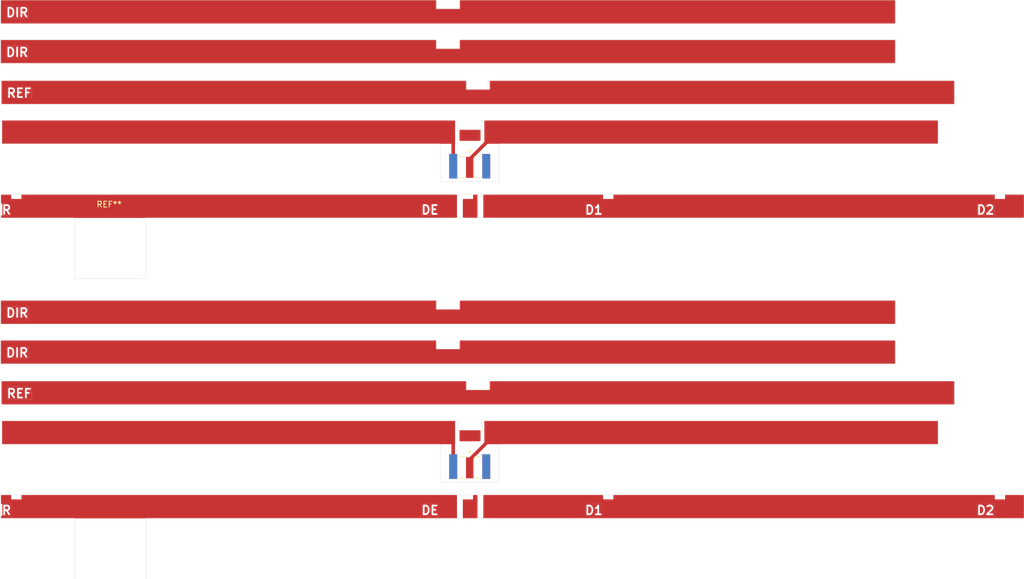
<source format=kicad_pcb>
(kicad_pcb (version 20240108) (generator "pcbnew") (generator_version "8.0")
  (layers (0 "F.Cu" signal) (31 "B.Cu" signal) (34 "B.Paste" user) (35 "F.Paste" user) (36 "B.SilkS" user "B.Silkscreen") (37 "F.SilkS" user "F.Silkscreen") (38 "B.Mask" user) (39 "F.Mask" user) (44 "Edge.Cuts" user))
  (net 0 "")
  (net 1 "ANT")
  (net 2 "GND")
  (footprint "" (layer "F.Cu") (at 38.1 109.22)
    (property "Reference" "" (at 0 0 0) (layer "F.SilkS") (effects (font (size 1.27 1.27))))
    (property "Value" "")
    (pad "" np_thru_hole circle (at 0 0) (size 6.4 6.4) (drill 6.4) (layers "F&B.Cu" "*.Mask"))
  )
  (footprint "Connector_Coaxial:SMA_Samtec_SMA-J-P-X-ST-EM1_EdgeMount" (layer "F.Cu") (at 99.775 43.8425)
    (property "Reference" "J1" (hide yes))
    (property "Value" "Conn_Coaxial")
    (fp_line (start -1.95 -1.71) (end -0.84 -1.71) (stroke (width 0.12)) (layer "F.SilkS"))
    (fp_line (start -1.95 2) (end -0.84 2) (stroke (width 0.12)) (layer "F.SilkS"))
    (fp_line (start -0.25 -2.76) (end 0 -2.26) (stroke (width 0.12)) (layer "F.SilkS"))
    (fp_line (start 0 -2.26) (end 0.25 -2.76) (stroke (width 0.12)) (layer "F.SilkS"))
    (fp_line (start 0.25 -2.76) (end -0.25 -2.76) (stroke (width 0.12)) (layer "F.SilkS"))
    (fp_line (start 0.84 -1.71) (end 1.95 -1.71) (stroke (width 0.12)) (layer "F.SilkS"))
    (fp_line (start 0.84 2) (end 1.95 2) (stroke (width 0.12)) (layer "F.SilkS"))
    (pad "1" smd rect (at 0 0.2) (size 1.27 3.6) (layers "F.Cu" "F.Paste" "F.Mask") (net 1 "ANT"))
    (pad "2" smd rect (at -2.825 0) (size 1.35 4.2) (layers "F.Cu" "F.Paste" "F.Mask") (net 2 "GND"))
    (pad "2" smd rect (at -2.825 0) (size 1.35 4.2) (layers "B.Cu" "B.Paste" "B.Mask") (net 2 "GND"))
    (pad "2" smd rect (at 2.825 0) (size 1.35 4.2) (layers "F.Cu" "F.Paste" "F.Mask"))
    (pad "2" smd rect (at 2.825 0) (size 1.35 4.2) (layers "B.Cu" "B.Paste" "B.Mask") (net 2 "GND"))
  )
  (footprint "MountingHole:MountingHole_6.4mm_M6" (layer "F.Cu") (at 38.1 57.785)
    (property "Reference" "REF**" (at 0 -7.4 0) (layer "F.SilkS"))
    (property "Value" "MountingHole_6.4mm_M6")
    (pad "" np_thru_hole circle (at 0 0) (size 6.4 6.4) (drill 6.4) (layers "*.Cu" "*.Mask"))
  )
  (footprint "Connector_Coaxial:SMA_Samtec_SMA-J-P-X-ST-EM1_EdgeMount" (layer "F.Cu") (at 99.775 95.2775)
    (property "Reference" "J1" (hide yes))
    (property "Value" "Conn_Coaxial")
    (fp_line (start -1.95 -1.71) (end -0.84 -1.71) (stroke (width 0.12)) (layer "F.SilkS"))
    (fp_line (start -1.95 2) (end -0.84 2) (stroke (width 0.12)) (layer "F.SilkS"))
    (fp_line (start -0.25 -2.76) (end 0 -2.26) (stroke (width 0.12)) (layer "F.SilkS"))
    (fp_line (start 0 -2.26) (end 0.25 -2.76) (stroke (width 0.12)) (layer "F.SilkS"))
    (fp_line (start 0.25 -2.76) (end -0.25 -2.76) (stroke (width 0.12)) (layer "F.SilkS"))
    (fp_line (start 0.84 -1.71) (end 1.95 -1.71) (stroke (width 0.12)) (layer "F.SilkS"))
    (fp_line (start 0.84 2) (end 1.95 2) (stroke (width 0.12)) (layer "F.SilkS"))
    (pad "1" smd rect (at 0 0.2) (size 1.27 3.6) (layers "F.Cu" "F.Paste" "F.Mask") (net 1 "ANT"))
    (pad "2" smd rect (at -2.825 0) (size 1.35 4.2) (layers "F.Cu" "F.Paste" "F.Mask") (net 2 "GND"))
    (pad "2" smd rect (at -2.825 0) (size 1.35 4.2) (layers "B.Cu" "B.Paste" "B.Mask") (net 2 "GND"))
    (pad "2" smd rect (at 2.825 0) (size 1.35 4.2) (layers "F.Cu" "F.Paste" "F.Mask"))
    (pad "2" smd rect (at 2.825 0) (size 1.35 4.2) (layers "B.Cu" "B.Paste" "B.Mask") (net 2 "GND"))
  )
  (gr_poly (pts (xy 32.178 52.68) (xy 32.178 63.105) (xy 44.398 63.105) (xy 44.398 52.68) (xy 194.584 52.68) (xy 194.584 48.68) (xy 19.584 48.68) (xy 19.584 52.68)) (stroke (width 0.05)) (fill none) (layer "Edge.Cuts"))
  (gr_poly (pts (xy 172.57 70.85) (xy 172.57 66.85) (xy 98.07 66.85) (xy 98.07 68.35) (xy 94.07 68.35) (xy 94.07 66.85) (xy 19.57 66.85) (xy 19.57 70.85)) (stroke (width 0.05)) (fill none) (layer "Edge.Cuts"))
  (gr_poly (pts (xy 104.775 40.005) (xy 104.775 46.505) (xy 94.775 46.505) (xy 94.775 40.005) (xy 19.775 40.005) (xy 19.775 36.005) (xy 97.775 36.005) (xy 97.775 37.605) (xy 101.875 37.605) (xy 101.875 36.005) (xy 179.875 36.005) (xy 179.875 40.005)) (stroke (width 0.05)) (fill none) (layer "Edge.Cuts"))
  (gr_poly (pts (xy 182.685 33.21) (xy 182.685 29.21) (xy 103.185 29.21) (xy 103.185 30.71) (xy 99.185 30.71) (xy 99.185 29.21) (xy 19.685 29.21) (xy 19.685 33.21)) (stroke (width 0.05)) (fill none) (layer "Edge.Cuts"))
  (gr_poly (pts (xy 182.685 84.645) (xy 182.685 80.645) (xy 103.185 80.645) (xy 103.185 82.145) (xy 99.185 82.145) (xy 99.185 80.645) (xy 19.685 80.645) (xy 19.685 84.645)) (stroke (width 0.05)) (fill none) (layer "Edge.Cuts"))
  (gr_poly (pts (xy 104.775 91.44) (xy 104.775 97.94) (xy 94.775 97.94) (xy 94.775 91.44) (xy 19.775 91.44) (xy 19.775 87.44) (xy 97.775 87.44) (xy 97.775 89.04) (xy 101.875 89.04) (xy 101.875 87.44) (xy 179.875 87.44) (xy 179.875 91.44)) (stroke (width 0.05)) (fill none) (layer "Edge.Cuts"))
  (gr_poly (pts (xy 172.57 19.415) (xy 172.57 15.415) (xy 98.07 15.415) (xy 98.07 16.915) (xy 94.07 16.915) (xy 94.07 15.415) (xy 19.57 15.415) (xy 19.57 19.415)) (stroke (width 0.05)) (fill none) (layer "Edge.Cuts"))
  (gr_poly (pts (xy 32.178 104.115) (xy 32.178 114.54) (xy 44.398 114.54) (xy 44.398 104.115) (xy 194.584 104.115) (xy 194.584 100.115) (xy 19.584 100.115) (xy 19.584 104.115)) (stroke (width 0.05)) (fill none) (layer "Edge.Cuts"))
  (gr_poly (pts (xy 172.555 77.66) (xy 172.555 73.66) (xy 98.055 73.66) (xy 98.055 75.16) (xy 94.055 75.16) (xy 94.055 73.66) (xy 19.555 73.66) (xy 19.555 77.66)) (stroke (width 0.05)) (fill none) (layer "Edge.Cuts"))
  (gr_poly (pts (xy 172.555 26.225) (xy 172.555 22.225) (xy 98.055 22.225) (xy 98.055 23.725) (xy 94.055 23.725) (xy 94.055 22.225) (xy 19.555 22.225) (xy 19.555 26.225)) (stroke (width 0.05)) (fill none) (layer "Edge.Cuts"))
  (gr_text "DE" (at 91.345 52.205 0) (layer "F.Cu" knockout) (effects (font (size 1.5 1.5) (thickness 0.3) (bold yes)) (justify left bottom)))
  (gr_text "D2" (at 186.345 52.205 0) (layer "F.Cu" knockout) (effects (font (size 1.5 1.5) (thickness 0.3) (bold yes)) (justify left bottom)))
  (gr_text "DIR" (at 20.305 25.225 0) (layer "F.Cu" knockout) (effects (font (size 1.5 1.5) (thickness 0.3) (bold yes)) (justify left bottom)))
  (gr_text "DE" (at 91.345 103.64 0) (layer "F.Cu" knockout) (effects (font (size 1.5 1.5) (thickness 0.3) (bold yes)) (justify left bottom)))
  (gr_text "DIR" (at 20.305 76.66 0) (layer "F.Cu" knockout) (effects (font (size 1.5 1.5) (thickness 0.3) (bold yes)) (justify left bottom)))
  (gr_text "R" (at 19.595 52.205 0) (layer "F.Cu" knockout) (effects (font (size 1.5 1.5) (thickness 0.3) (bold yes)) (justify left bottom)))
  (gr_text "D1" (at 119.345 103.64 0) (layer "F.Cu" knockout) (effects (font (size 1.5 1.5) (thickness 0.3) (bold yes)) (justify left bottom)))
  (gr_text "REF" (at 20.435 83.645 0) (layer "F.Cu" knockout) (effects (font (size 1.5 1.5) (thickness 0.3) (bold yes)) (justify left bottom)))
  (gr_text "D1" (at 119.345 52.205 0) (layer "F.Cu" knockout) (effects (font (size 1.5 1.5) (thickness 0.3) (bold yes)) (justify left bottom)))
  (gr_text "DIR" (at 20.32 18.415 0) (layer "F.Cu" knockout) (effects (font (size 1.5 1.5) (thickness 0.3) (bold yes)) (justify left bottom)))
  (gr_text "R" (at 19.595 103.64 0) (layer "F.Cu" knockout) (effects (font (size 1.5 1.5) (thickness 0.3) (bold yes)) (justify left bottom)))
  (gr_text "DIR" (at 20.32 69.85 0) (layer "F.Cu" knockout) (effects (font (size 1.5 1.5) (thickness 0.3) (bold yes)) (justify left bottom)))
  (gr_text "REF" (at 20.435 32.21 0) (layer "F.Cu" knockout) (effects (font (size 1.5 1.5) (thickness 0.3) (bold yes)) (justify left bottom)))
  (gr_text "D2" (at 186.345 103.64 0) (layer "F.Cu" knockout) (effects (font (size 1.5 1.5) (thickness 0.3) (bold yes)) (justify left bottom)))
  (segment (start 99.775 94.07) (end 102.659 91.186) (width 0.6096) (layer "F.Cu") (net 1))
  (segment (start 102.659 91.186) (end 102.659 89.916) (width 0.6096) (layer "F.Cu") (net 1))
  (segment (start 102.659 39.751) (end 102.659 38.481) (width 0.6096) (layer "F.Cu") (net 1))
  (segment (start 99.775 42.635) (end 102.659 39.751) (width 0.6096) (layer "F.Cu") (net 1))
  (segment (start 96.95 95.2775) (end 96.95 92.115) (width 0.6096) (layer "F.Cu") (net 2))
  (segment (start 96.95 92.115) (end 96.95 90.049) (width 0.6096) (layer "F.Cu") (net 2))
  (segment (start 96.95 43.8425) (end 96.95 40.68) (width 0.6096) (layer "F.Cu") (net 2))
  (segment (start 96.95 40.68) (end 96.95 38.614) (width 0.6096) (layer "F.Cu") (net 2))
  (zone (net 0) (net_name "") (layer "F.Cu") (connect_pads (clearance 0)) (min_thickness 0.25)
    (keepout (tracks not_allowed) (vias not_allowed) (pads not_allowed) (copperpour not_allowed) (footprints allowed))
    (fill (thermal_gap 0.5) (thermal_bridge_width 0.5))
    (polygon (pts (xy 21.345 49.455) (xy 23.095 49.455) (xy 23.095 48.705) (xy 21.345 48.705)))
  )
  (zone (net 0) (net_name "") (layer "F.Cu") (connect_pads (clearance 0)) (min_thickness 0.25)
    (keepout (tracks not_allowed) (vias not_allowed) (pads not_allowed) (copperpour not_allowed) (footprints allowed))
    (fill (thermal_gap 0.5) (thermal_bridge_width 0.5))
    (polygon (pts (xy 21.345 100.89) (xy 23.095 100.89) (xy 23.095 100.14) (xy 21.345 100.14)))
  )
  (zone (net 1) (net_name "ANT") (layer "F.Cu") (priority 1) (connect_pads (clearance 0)) (min_thickness 0.25) (fill yes (thermal_gap 0.5) (thermal_bridge_width 0.5))
    (polygon (pts (xy 180.275 91.44) (xy 180.275 87.44) (xy 102.275 87.44) (xy 102.275 91.44)))
  )
  (zone (net 0) (net_name "") (layer "F.Cu") (connect_pads (clearance 0)) (min_thickness 0.25)
    (keepout (tracks not_allowed) (vias not_allowed) (pads not_allowed) (copperpour not_allowed) (footprints allowed))
    (fill (thermal_gap 0.5) (thermal_bridge_width 0.5))
    (polygon (pts (xy 124.345 100.14) (xy 122.595 100.14) (xy 122.595 100.89) (xy 124.345 100.89)))
  )
  (zone (net 2) (net_name "GND") (layer "F.Cu") (connect_pads (clearance 0)) (min_thickness 0.25) (fill yes (thermal_gap 0.5) (thermal_bridge_width 0.5))
    (polygon (pts (xy 19.775 40.005) (xy 19.775 36.005) (xy 97.275 36.005) (xy 97.275 40.005)))
  )
  (zone (net 0) (net_name "") (layer "F.Cu") (connect_pads (clearance 0)) (min_thickness 0.25)
    (keepout (tracks not_allowed) (vias not_allowed) (pads not_allowed) (copperpour not_allowed) (footprints allowed))
    (fill (thermal_gap 0.5) (thermal_bridge_width 0.5))
    (polygon (pts (xy 97.595 100.14) (xy 97.595 104.14) (xy 98.595 104.14) (xy 98.595 100.14)))
  )
  (zone (net 0) (net_name "") (layer "F.Cu") (priority 3) (connect_pads (clearance 0)) (min_thickness 0.25) (fill yes (thermal_gap 0.5) (thermal_bridge_width 0.5) (island_removal_mode 1) (island_area_min 10))
    (polygon (pts (xy 182.685 33.21) (xy 182.685 29.21) (xy 19.685 29.21) (xy 19.685 33.21)))
  )
  (zone (net 0) (net_name "") (layer "F.Cu") (connect_pads (clearance 0)) (min_thickness 0.25)
    (keepout (tracks not_allowed) (vias not_allowed) (pads not_allowed) (copperpour not_allowed) (footprints allowed))
    (fill (thermal_gap 0.5) (thermal_bridge_width 0.5))
    (polygon (pts (xy 98.595 100.89) (xy 100.345 100.89) (xy 100.345 100.14) (xy 98.595 100.14)))
  )
  (zone (net 0) (net_name "") (layer "F.Cu") (priority 2) (connect_pads (clearance 0)) (min_thickness 0.25) (fill yes (thermal_gap 0.5) (thermal_bridge_width 0.5) (island_removal_mode 1) (island_area_min 10))
    (polygon (pts (xy 172.57 15.415) (xy 172.57 19.415) (xy 19.57 19.415) (xy 19.57 15.415)))
  )
  (zone (net 0) (net_name "") (layer "F.Cu") (priority 5) (connect_pads (clearance 0)) (min_thickness 0.25) (fill yes (thermal_gap 0.5) (thermal_bridge_width 0.5) (island_removal_mode 1) (island_area_min 10))
    (polygon (pts (xy 101.621 89.04) (xy 101.621 90.94) (xy 98.029 90.94) (xy 98.029 89.04)))
  )
  (zone (net 0) (net_name "") (layer "F.Cu") (connect_pads (clearance 0)) (min_thickness 0.25)
    (keepout (tracks not_allowed) (vias not_allowed) (pads not_allowed) (copperpour not_allowed) (footprints allowed))
    (fill (thermal_gap 0.5) (thermal_bridge_width 0.5))
    (polygon (pts (xy 101.095 100.14) (xy 101.095 104.14) (xy 102.095 104.14) (xy 102.095 100.14)))
  )
  (zone (net 0) (net_name "") (layer "F.Cu") (priority 4) (connect_pads (clearance 0)) (min_thickness 0.25) (fill yes (thermal_gap 0.5) (thermal_bridge_width 0.5) (island_removal_mode 1) (island_area_min 10))
    (polygon (pts (xy 19.595 104.14) (xy 19.595 100.14) (xy 194.595 100.14) (xy 194.595 104.14)))
  )
  (zone (net 0) (net_name "") (layer "F.Cu") (connect_pads (clearance 0)) (min_thickness 0.25)
    (keepout (tracks not_allowed) (vias not_allowed) (pads not_allowed) (copperpour not_allowed) (footprints allowed))
    (fill (thermal_gap 0.5) (thermal_bridge_width 0.5))
    (polygon (pts (xy 191.345 48.705) (xy 189.595 48.705) (xy 189.595 49.455) (xy 191.345 49.455)))
  )
  (zone (net 1) (net_name "ANT") (layer "F.Cu") (priority 1) (connect_pads (clearance 0)) (min_thickness 0.25) (fill yes (thermal_gap 0.5) (thermal_bridge_width 0.5))
    (polygon (pts (xy 180.275 40.005) (xy 180.275 36.005) (xy 102.275 36.005) (xy 102.275 40.005)))
  )
  (zone (net 0) (net_name "") (layer "F.Cu") (priority 5) (connect_pads (clearance 0)) (min_thickness 0.25) (fill yes (thermal_gap 0.5) (thermal_bridge_width 0.5) (island_removal_mode 1) (island_area_min 10))
    (polygon (pts (xy 101.621 37.605) (xy 101.621 39.505) (xy 98.029 39.505) (xy 98.029 37.605)))
  )
  (zone (net 0) (net_name "") (layer "F.Cu") (priority 3) (connect_pads (clearance 0)) (min_thickness 0.25) (fill yes (thermal_gap 0.5) (thermal_bridge_width 0.5) (island_removal_mode 1) (island_area_min 10))
    (polygon (pts (xy 182.685 84.645) (xy 182.685 80.645) (xy 19.685 80.645) (xy 19.685 84.645)))
  )
  (zone (net 0) (net_name "") (layer "F.Cu") (priority 4) (connect_pads (clearance 0)) (min_thickness 0.25) (fill yes (thermal_gap 0.5) (thermal_bridge_width 0.5) (island_removal_mode 1) (island_area_min 10))
    (polygon (pts (xy 19.595 52.705) (xy 19.595 48.705) (xy 194.595 48.705) (xy 194.595 52.705)))
  )
  (zone (net 0) (net_name "") (layer "F.Cu") (connect_pads (clearance 0)) (min_thickness 0.25)
    (keepout (tracks not_allowed) (vias not_allowed) (pads not_allowed) (copperpour not_allowed) (footprints allowed))
    (fill (thermal_gap 0.5) (thermal_bridge_width 0.5))
    (polygon (pts (xy 97.595 48.705) (xy 97.595 52.705) (xy 98.595 52.705) (xy 98.595 48.705)))
  )
  (zone (net 0) (net_name "") (layer "F.Cu") (priority 2) (connect_pads (clearance 0)) (min_thickness 0.25) (fill yes (thermal_gap 0.5) (thermal_bridge_width 0.5) (island_removal_mode 1) (island_area_min 10))
    (polygon (pts (xy 172.57 66.85) (xy 172.57 70.85) (xy 19.57 70.85) (xy 19.57 66.85)))
  )
  (zone (net 0) (net_name "") (layer "F.Cu") (priority 2) (connect_pads (clearance 0)) (min_thickness 0.25) (fill yes (thermal_gap 0.5) (thermal_bridge_width 0.5) (island_removal_mode 1) (island_area_min 10))
    (polygon (pts (xy 172.555 22.225) (xy 172.555 26.225) (xy 19.555 26.225) (xy 19.555 22.225)))
  )
  (zone (net 2) (net_name "GND") (layer "F.Cu") (connect_pads (clearance 0)) (min_thickness 0.25) (fill yes (thermal_gap 0.5) (thermal_bridge_width 0.5))
    (polygon (pts (xy 19.775 91.44) (xy 19.775 87.44) (xy 97.275 87.44) (xy 97.275 91.44)))
  )
  (zone (net 0) (net_name "") (layer "F.Cu") (priority 2) (connect_pads (clearance 0)) (min_thickness 0.25) (fill yes (thermal_gap 0.5) (thermal_bridge_width 0.5) (island_removal_mode 1) (island_area_min 10))
    (polygon (pts (xy 172.555 73.66) (xy 172.555 77.66) (xy 19.555 77.66) (xy 19.555 73.66)))
  )
  (zone (net 0) (net_name "") (layer "F.Cu") (connect_pads (clearance 0)) (min_thickness 0.25)
    (keepout (tracks not_allowed) (vias not_allowed) (pads not_allowed) (copperpour not_allowed) (footprints allowed))
    (fill (thermal_gap 0.5) (thermal_bridge_width 0.5))
    (polygon (pts (xy 191.345 100.14) (xy 189.595 100.14) (xy 189.595 100.89) (xy 191.345 100.89)))
  )
  (zone (net 0) (net_name "") (layer "F.Cu") (connect_pads (clearance 0)) (min_thickness 0.25)
    (keepout (tracks not_allowed) (vias not_allowed) (pads not_allowed) (copperpour not_allowed) (footprints allowed))
    (fill (thermal_gap 0.5) (thermal_bridge_width 0.5))
    (polygon (pts (xy 124.345 48.705) (xy 122.595 48.705) (xy 122.595 49.455) (xy 124.345 49.455)))
  )
  (zone (net 0) (net_name "") (layer "F.Cu") (connect_pads (clearance 0)) (min_thickness 0.25)
    (keepout (tracks not_allowed) (vias not_allowed) (pads not_allowed) (copperpour not_allowed) (footprints allowed))
    (fill (thermal_gap 0.5) (thermal_bridge_width 0.5))
    (polygon (pts (xy 98.595 49.455) (xy 100.345 49.455) (xy 100.345 48.705) (xy 98.595 48.705)))
  )
  (zone (net 0) (net_name "") (layer "F.Cu") (connect_pads (clearance 0)) (min_thickness 0.25)
    (keepout (tracks not_allowed) (vias not_allowed) (pads not_allowed) (copperpour not_allowed) (footprints allowed))
    (fill (thermal_gap 0.5) (thermal_bridge_width 0.5))
    (polygon (pts (xy 101.095 48.705) (xy 101.095 52.705) (xy 102.095 52.705) (xy 102.095 48.705)))
  )
)
</source>
